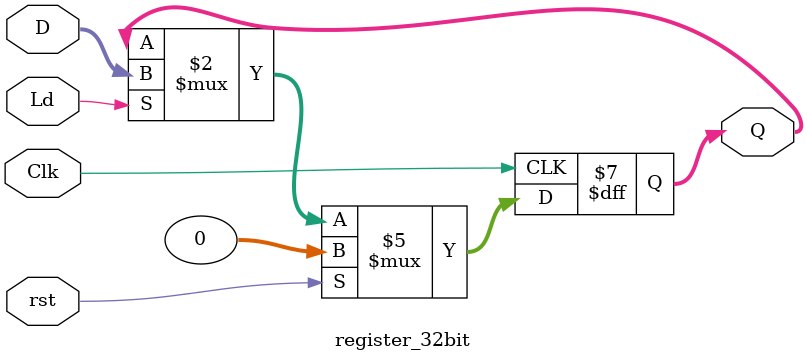
<source format=v>


module RegisterFile (output [31:0] PA, PB, input [31:0] PW,  input [4:0] RW, RA, RB, input LE, Clk,clr);
    //Outputs: Puertos A y B
    //Inputs: Puerto de Entrada (PW), RW (Write Register) y LE (BinaryDecoder Selector y "load"), 
    //RA, RB y RD  (Selectors de multiplexers a la salida), y Clk (Clock)

    //Wires
    wire [31:0] E;
    wire [31:0] Q0, Q1, Q2, Q3, Q4, Q5, Q6, Q7, Q8, Q9, Q10, Q11, Q12, Q13, Q14, Q15, 
    Q16, Q17, Q18, Q19, Q20, Q21, Q22, Q23, Q24, Q25, Q26, Q27, Q28, Q29, Q30, Q31;

    //Instanciando módulos:

    //Binary Decoder for RA,RB
    binaryDecoder bdecoder (E, RW, LE);

    //Los multiplexers a continuacion cogen valor almacenado en el registro 
    //correspondiente y lo envian a las salidas de los registros:

    //Multiplexer for PA register
    mux_32x1_32bit mux_32x1A (PA, RA, 32'b0, Q1, Q2, Q3, Q4, Q5, Q6, Q7, Q8, Q9,
                    Q10, Q11, Q12, Q13, Q14, Q15, Q16, Q17, Q18, Q19, Q20, Q21, Q22, 
                    Q23, Q24, Q25, Q26, Q27, Q28, Q29, Q30, Q31);
    //Multiplexer for PB register
    mux_32x1_32bit mux_32x1B (PB, RB, 32'b0, Q1, Q2, Q3, Q4, Q5, Q6, Q7, Q8, Q9,
                    Q10, Q11, Q12, Q13, Q14, Q15, Q16, Q17, Q18, Q19, Q20, Q21, Q22, 
                    Q23, Q24, Q25, Q26, Q27, Q28, Q29, Q30, Q31);             
   
    //Instanciando registros del 0 al 31
    register_32bit R0 (Q0, PW, Clk, E[0],clr);
    register_32bit R1 (Q1, PW, Clk, E[1],clr);
    register_32bit R2 (Q2, PW, Clk, E[2],clr);
    register_32bit R3 (Q3, PW, Clk, E[3],clr);
    register_32bit R4 (Q4, PW, Clk, E[4],clr);
    register_32bit R5 (Q5, PW, Clk, 1'b1,clr);
    register_32bit R6 (Q6, PW, Clk, 1'b1,clr);
    register_32bit R7 (Q7, PW, Clk, E[7],clr);
    register_32bit R8 (Q8, PW, Clk, E[8],clr);
    register_32bit R9 (Q9, PW, Clk, E[9],clr);
    register_32bit R10 (Q10, PW, Clk, E[10],clr);
    register_32bit R11 (Q11, PW, Clk, E[11],clr);
    register_32bit R12 (Q12, PW, Clk, E[12],clr);
    register_32bit R13 (Q13, PW, Clk, E[13],clr);
    register_32bit R14 (Q14, PW, Clk, E[14],clr);
    register_32bit R15 (Q15, PW, Clk, E[15],clr);
    register_32bit R16 (Q16, PW, Clk, 1'b1,clr);
    register_32bit R17 (Q17, PW, Clk, 1'b1,clr);
    register_32bit R18 (Q18, PW, Clk, 1'b1,clr);
    register_32bit R19 (Q19, PW, Clk, E[19],clr);
    register_32bit R20 (Q20, PW, Clk, E[20],clr);
    register_32bit R21 (Q21, PW, Clk, E[21],clr);
    register_32bit R22 (Q22, PW, Clk, E[22],clr);
    register_32bit R23 (Q23, PW, Clk, E[23],clr);
    register_32bit R24 (Q24, PW, Clk, E[24],clr);
    register_32bit R25 (Q25, PW, Clk, E[25],clr);
    register_32bit R26 (Q26, PW, Clk, E[26],clr);
    register_32bit R27 (Q27, PW, Clk, E[27],clr);
    register_32bit R28 (Q28, PW, Clk, E[28],clr);
    register_32bit R29 (Q29, PW, Clk, E[29],clr);
    register_32bit R30 (Q30, PW, Clk, E[30],clr);
    register_32bit R31 (Q31, PW, Clk, 1'b1,clr);

endmodule



module mux_32x1_32bit (output reg [31:0] Y, input [4:0] S, 
input [31:0] R0, R1, R2, R3, R4, R5, R6, R7, R8, R9, R10, R11, R12, R13, R14, R15,
R16, R17, R18, R19, R20, R21, R22, R23, R24, R25, R26, R27, R28, R29, R30, R31);
    
    always @ (*)
        begin
            case (S)
            5'b00000: Y = R0;
            5'b00001: Y = R1;
            5'b00010: Y = R2;
            5'b00011: Y = R3;
            5'b00100: Y = R4;
            5'b00101: Y = R5;
            5'b00110: Y = R6;
            5'b00111: Y = R7;
            5'b01000: Y = R8;
            5'b01001: Y = R9;
            5'b01010: Y = R10;
            5'b01011: Y = R11;
            5'b01100: Y = R12;
            5'b01101: Y = R13;
            5'b01110: Y = R14;
            5'b01111: Y = R15;
            5'b10000: Y = R16;
            5'b10001: Y = R17;
            5'b10010: Y = R18;
            5'b10011: Y = R19;
            5'b10100: Y = R20;
            5'b10101: Y = R21;
            5'b10110: Y = R22;
            5'b10111: Y = R23;
            5'b11000: Y = R24;
            5'b11001: Y = R25;
            5'b11010: Y = R26;
            5'b11011: Y = R27;
            5'b11100: Y = R28;
            5'b11101: Y = R29;
            5'b11110: Y = R30;
            5'b11111: Y = R31;
            endcase
    end
endmodule

module HiRegister (
    input clk,
    input HiEnable, 
    input [31:0] PW, 
    output reg [31:0] HiSignal
);

    // Update HiSignal with PW on the rising edge of clk if HiEnable is high
    always @(posedge clk) begin
        if (HiEnable) begin
            HiSignal <= PW;
        end
    end

endmodule

module LoRegister (
    input clk,
    input LoEnable, 
    input [31:0] PW, 
    output reg [31:0] LoSignal
);

    // Update LoSignal with PW on the rising edge of clk if LoEnable is high
    always @(posedge clk) begin
        if (LoEnable) begin
            LoSignal <= PW;
        end
    end

endmodule


//BINARY DECODER - C is a 5bit input and RF is a 1bit input.
//E is a 32bit output and a function of C and RF. 

module binaryDecoder (output reg [31:0] E, input [4:0] C, input RF);
    always @ (*) begin
        if (RF == 1'b1) 
          begin
              case (C)
              5'b00000: E = 32'b00000000000000000000000000000001;
              5'b00001: E = 32'b00000000000000000000000000000010;
              5'b00010: E = 32'b00000000000000000000000000000100;
              5'b00011: E = 32'b00000000000000000000000000001000;
              5'b00100: E = 32'b00000000000000000000000000010000;
              5'b00101: E = 32'b00000000000000000000000000100000;
              5'b00110: E = 32'b00000000000000000000000001000000;
              5'b00111: E = 32'b00000000000000000000000010000000;
              5'b01000: E = 32'b00000000000000000000000100000000;
              5'b01001: E = 32'b00000000000000000000001000000000;
              5'b01010: E = 32'b00000000000000000000010000000000;
              5'b01011: E = 32'b00000000000000000000100000000000;
              5'b01100: E = 32'b00000000000000000001000000000000;
              5'b01101: E = 32'b00000000000000000010000000000000;
              5'b01110: E = 32'b00000000000000000100000000000000;
              5'b01111: E = 32'b00000000000000001000000000000000;
              5'b10000: E = 32'b00000000000000010000000000000000;
              5'b10001: E = 32'b00000000000000100000000000000000;
              5'b10010: E = 32'b00000000000001000000000000000000;
              5'b10011: E = 32'b00000000000010000000000000000000;
              5'b10100: E = 32'b00000000000100000000000000000000;
              5'b10101: E = 32'b00000000001000000000000000000000;
              5'b10110: E = 32'b00000000010000000000000000000000;
              5'b10111: E = 32'b00000000100000000000000000000000;
              5'b11000: E = 32'b00000001000000000000000000000000;
              5'b11001: E = 32'b00000010000000000000000000000000;
              5'b11010: E = 32'b00000100000000000000000000000000;
              5'b11011: E = 32'b00001000000000000000000000000000;
              5'b11100: E = 32'b00010000000000000000000000000000;
              5'b11101: E = 32'b00100000000000000000000000000000;
              5'b11110: E = 32'b01000000000000000000000000000000;
              5'b11111: E = 32'b10000000000000000000000000000000;
              endcase
          end
        else 
          E = 32'b00000000000000000000000000000000;
    end
endmodule

module register_32bit (output reg [31:0] Q, input [31:0] D, input Clk, Ld,rst);
    always @ (posedge Clk)
    if(rst)
    Q<=32'd0;
    else
        if(Ld) Q <= D;
endmodule

</source>
